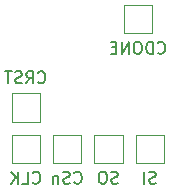
<source format=gbo>
G04 #@! TF.GenerationSoftware,KiCad,Pcbnew,(5.1.10)-1*
G04 #@! TF.CreationDate,2021-12-08T09:06:10-05:00*
G04 #@! TF.ProjectId,WS2812_Driver,57533238-3132-45f4-9472-697665722e6b,rev?*
G04 #@! TF.SameCoordinates,Original*
G04 #@! TF.FileFunction,Legend,Bot*
G04 #@! TF.FilePolarity,Positive*
%FSLAX46Y46*%
G04 Gerber Fmt 4.6, Leading zero omitted, Abs format (unit mm)*
G04 Created by KiCad (PCBNEW (5.1.10)-1) date 2021-12-08 09:06:10*
%MOMM*%
%LPD*%
G01*
G04 APERTURE LIST*
%ADD10C,0.150000*%
%ADD11C,0.120000*%
G04 APERTURE END LIST*
D10*
X96370476Y-95827142D02*
X96418095Y-95874761D01*
X96560952Y-95922380D01*
X96656190Y-95922380D01*
X96799047Y-95874761D01*
X96894285Y-95779523D01*
X96941904Y-95684285D01*
X96989523Y-95493809D01*
X96989523Y-95350952D01*
X96941904Y-95160476D01*
X96894285Y-95065238D01*
X96799047Y-94970000D01*
X96656190Y-94922380D01*
X96560952Y-94922380D01*
X96418095Y-94970000D01*
X96370476Y-95017619D01*
X95941904Y-95922380D02*
X95941904Y-94922380D01*
X95703809Y-94922380D01*
X95560952Y-94970000D01*
X95465714Y-95065238D01*
X95418095Y-95160476D01*
X95370476Y-95350952D01*
X95370476Y-95493809D01*
X95418095Y-95684285D01*
X95465714Y-95779523D01*
X95560952Y-95874761D01*
X95703809Y-95922380D01*
X95941904Y-95922380D01*
X94751428Y-94922380D02*
X94560952Y-94922380D01*
X94465714Y-94970000D01*
X94370476Y-95065238D01*
X94322857Y-95255714D01*
X94322857Y-95589047D01*
X94370476Y-95779523D01*
X94465714Y-95874761D01*
X94560952Y-95922380D01*
X94751428Y-95922380D01*
X94846666Y-95874761D01*
X94941904Y-95779523D01*
X94989523Y-95589047D01*
X94989523Y-95255714D01*
X94941904Y-95065238D01*
X94846666Y-94970000D01*
X94751428Y-94922380D01*
X93894285Y-95922380D02*
X93894285Y-94922380D01*
X93322857Y-95922380D01*
X93322857Y-94922380D01*
X92846666Y-95398571D02*
X92513333Y-95398571D01*
X92370476Y-95922380D02*
X92846666Y-95922380D01*
X92846666Y-94922380D01*
X92370476Y-94922380D01*
X86227619Y-98327142D02*
X86275238Y-98374761D01*
X86418095Y-98422380D01*
X86513333Y-98422380D01*
X86656190Y-98374761D01*
X86751428Y-98279523D01*
X86799047Y-98184285D01*
X86846666Y-97993809D01*
X86846666Y-97850952D01*
X86799047Y-97660476D01*
X86751428Y-97565238D01*
X86656190Y-97470000D01*
X86513333Y-97422380D01*
X86418095Y-97422380D01*
X86275238Y-97470000D01*
X86227619Y-97517619D01*
X85227619Y-98422380D02*
X85560952Y-97946190D01*
X85799047Y-98422380D02*
X85799047Y-97422380D01*
X85418095Y-97422380D01*
X85322857Y-97470000D01*
X85275238Y-97517619D01*
X85227619Y-97612857D01*
X85227619Y-97755714D01*
X85275238Y-97850952D01*
X85322857Y-97898571D01*
X85418095Y-97946190D01*
X85799047Y-97946190D01*
X84846666Y-98374761D02*
X84703809Y-98422380D01*
X84465714Y-98422380D01*
X84370476Y-98374761D01*
X84322857Y-98327142D01*
X84275238Y-98231904D01*
X84275238Y-98136666D01*
X84322857Y-98041428D01*
X84370476Y-97993809D01*
X84465714Y-97946190D01*
X84656190Y-97898571D01*
X84751428Y-97850952D01*
X84799047Y-97803333D01*
X84846666Y-97708095D01*
X84846666Y-97612857D01*
X84799047Y-97517619D01*
X84751428Y-97470000D01*
X84656190Y-97422380D01*
X84418095Y-97422380D01*
X84275238Y-97470000D01*
X83989523Y-97422380D02*
X83418095Y-97422380D01*
X83703809Y-98422380D02*
X83703809Y-97422380D01*
X96203809Y-106874761D02*
X96060952Y-106922380D01*
X95822857Y-106922380D01*
X95727619Y-106874761D01*
X95680000Y-106827142D01*
X95632380Y-106731904D01*
X95632380Y-106636666D01*
X95680000Y-106541428D01*
X95727619Y-106493809D01*
X95822857Y-106446190D01*
X96013333Y-106398571D01*
X96108571Y-106350952D01*
X96156190Y-106303333D01*
X96203809Y-106208095D01*
X96203809Y-106112857D01*
X96156190Y-106017619D01*
X96108571Y-105970000D01*
X96013333Y-105922380D01*
X95775238Y-105922380D01*
X95632380Y-105970000D01*
X95203809Y-106922380D02*
X95203809Y-105922380D01*
X92989523Y-106874761D02*
X92846666Y-106922380D01*
X92608571Y-106922380D01*
X92513333Y-106874761D01*
X92465714Y-106827142D01*
X92418095Y-106731904D01*
X92418095Y-106636666D01*
X92465714Y-106541428D01*
X92513333Y-106493809D01*
X92608571Y-106446190D01*
X92799047Y-106398571D01*
X92894285Y-106350952D01*
X92941904Y-106303333D01*
X92989523Y-106208095D01*
X92989523Y-106112857D01*
X92941904Y-106017619D01*
X92894285Y-105970000D01*
X92799047Y-105922380D01*
X92560952Y-105922380D01*
X92418095Y-105970000D01*
X91799047Y-105922380D02*
X91608571Y-105922380D01*
X91513333Y-105970000D01*
X91418095Y-106065238D01*
X91370476Y-106255714D01*
X91370476Y-106589047D01*
X91418095Y-106779523D01*
X91513333Y-106874761D01*
X91608571Y-106922380D01*
X91799047Y-106922380D01*
X91894285Y-106874761D01*
X91989523Y-106779523D01*
X92037142Y-106589047D01*
X92037142Y-106255714D01*
X91989523Y-106065238D01*
X91894285Y-105970000D01*
X91799047Y-105922380D01*
X89299047Y-106827142D02*
X89346666Y-106874761D01*
X89489523Y-106922380D01*
X89584761Y-106922380D01*
X89727619Y-106874761D01*
X89822857Y-106779523D01*
X89870476Y-106684285D01*
X89918095Y-106493809D01*
X89918095Y-106350952D01*
X89870476Y-106160476D01*
X89822857Y-106065238D01*
X89727619Y-105970000D01*
X89584761Y-105922380D01*
X89489523Y-105922380D01*
X89346666Y-105970000D01*
X89299047Y-106017619D01*
X88918095Y-106874761D02*
X88775238Y-106922380D01*
X88537142Y-106922380D01*
X88441904Y-106874761D01*
X88394285Y-106827142D01*
X88346666Y-106731904D01*
X88346666Y-106636666D01*
X88394285Y-106541428D01*
X88441904Y-106493809D01*
X88537142Y-106446190D01*
X88727619Y-106398571D01*
X88822857Y-106350952D01*
X88870476Y-106303333D01*
X88918095Y-106208095D01*
X88918095Y-106112857D01*
X88870476Y-106017619D01*
X88822857Y-105970000D01*
X88727619Y-105922380D01*
X88489523Y-105922380D01*
X88346666Y-105970000D01*
X87918095Y-106255714D02*
X87918095Y-106922380D01*
X87918095Y-106350952D02*
X87870476Y-106303333D01*
X87775238Y-106255714D01*
X87632380Y-106255714D01*
X87537142Y-106303333D01*
X87489523Y-106398571D01*
X87489523Y-106922380D01*
X85775238Y-106827142D02*
X85822857Y-106874761D01*
X85965714Y-106922380D01*
X86060952Y-106922380D01*
X86203809Y-106874761D01*
X86299047Y-106779523D01*
X86346666Y-106684285D01*
X86394285Y-106493809D01*
X86394285Y-106350952D01*
X86346666Y-106160476D01*
X86299047Y-106065238D01*
X86203809Y-105970000D01*
X86060952Y-105922380D01*
X85965714Y-105922380D01*
X85822857Y-105970000D01*
X85775238Y-106017619D01*
X84870476Y-106922380D02*
X85346666Y-106922380D01*
X85346666Y-105922380D01*
X84537142Y-106922380D02*
X84537142Y-105922380D01*
X83965714Y-106922380D02*
X84394285Y-106350952D01*
X83965714Y-105922380D02*
X84537142Y-106493809D01*
D11*
X93480000Y-91770000D02*
X93480000Y-94170000D01*
X95880000Y-91770000D02*
X93480000Y-91770000D01*
X95880000Y-94170000D02*
X95880000Y-91770000D01*
X93480000Y-94170000D02*
X95880000Y-94170000D01*
X83980000Y-99270000D02*
X83980000Y-101670000D01*
X86380000Y-99270000D02*
X83980000Y-99270000D01*
X86380000Y-101670000D02*
X86380000Y-99270000D01*
X83980000Y-101670000D02*
X86380000Y-101670000D01*
X87480000Y-102770000D02*
X87480000Y-105170000D01*
X89880000Y-102770000D02*
X87480000Y-102770000D01*
X89880000Y-105170000D02*
X89880000Y-102770000D01*
X87480000Y-105170000D02*
X89880000Y-105170000D01*
X83980000Y-102770000D02*
X83980000Y-105170000D01*
X86380000Y-102770000D02*
X83980000Y-102770000D01*
X86380000Y-105170000D02*
X86380000Y-102770000D01*
X83980000Y-105170000D02*
X86380000Y-105170000D01*
X94480000Y-102770000D02*
X94480000Y-105170000D01*
X96880000Y-102770000D02*
X94480000Y-102770000D01*
X96880000Y-105170000D02*
X96880000Y-102770000D01*
X94480000Y-105170000D02*
X96880000Y-105170000D01*
X90980000Y-102770000D02*
X90980000Y-105170000D01*
X93380000Y-102770000D02*
X90980000Y-102770000D01*
X93380000Y-105170000D02*
X93380000Y-102770000D01*
X90980000Y-105170000D02*
X93380000Y-105170000D01*
M02*

</source>
